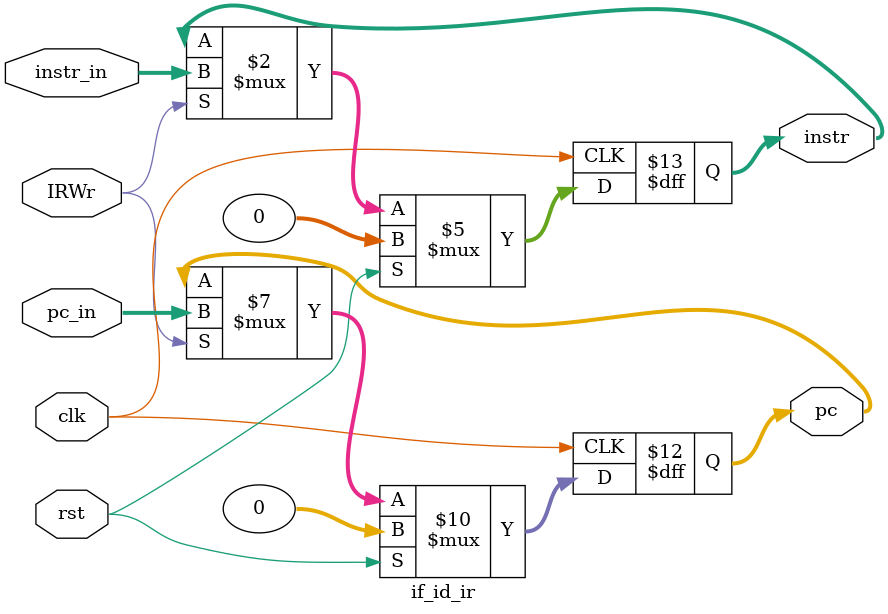
<source format=v>
module if_id_ir (
               
   input         clk,
   input         rst,
   input         IRWr, 
   input  [31:0] pc_in,
   input  [31:0] instr_in,
   output reg [31:0] pc,
   output reg [31:0] instr
   
);
               
   always @(posedge clk) begin
      if ( rst ) 
         begin
            pc<=0;
            instr <= 0;
         end
      else if (IRWr)
         begin
            instr <= instr_in;
            pc <= pc_in;
         end
   end // end always
      
endmodule
</source>
